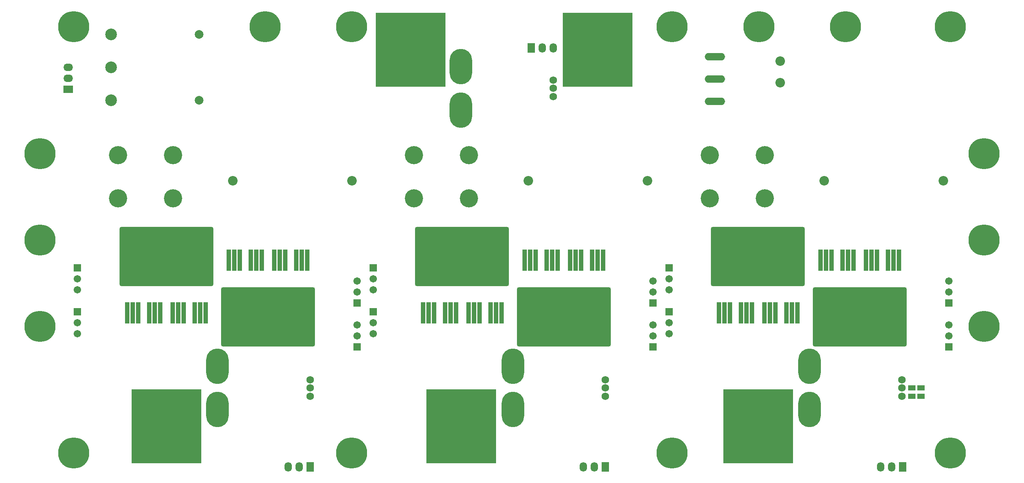
<source format=gts>
G04 Layer_Color=8388736*
%FSLAX44Y44*%
%MOMM*%
G71*
G01*
G75*
G04:AMPARAMS|DCode=40|XSize=21.7032mm|YSize=13.7032mm|CornerRadius=0.4391mm|HoleSize=0mm|Usage=FLASHONLY|Rotation=180.000|XOffset=0mm|YOffset=0mm|HoleType=Round|Shape=RoundedRectangle|*
%AMROUNDEDRECTD40*
21,1,21.7032,12.8250,0,0,180.0*
21,1,20.8250,13.7032,0,0,180.0*
1,1,0.8782,-10.4125,6.4125*
1,1,0.8782,10.4125,6.4125*
1,1,0.8782,10.4125,-6.4125*
1,1,0.8782,-10.4125,-6.4125*
%
%ADD40ROUNDEDRECTD40*%
%ADD41R,1.0032X4.9032*%
%ADD42R,1.7232X1.3032*%
%ADD43R,16.2052X17.0942*%
%ADD44C,7.2032*%
%ADD45R,2.2032X1.7032*%
%ADD46O,2.2032X1.7032*%
%ADD47C,2.7032*%
%ADD48C,2.0032*%
%ADD49R,1.7032X1.7032*%
%ADD50C,1.7032*%
%ADD51O,5.2032X8.2032*%
%ADD52C,1.7272*%
%ADD53C,4.2032*%
%ADD54C,2.2032*%
%ADD55R,1.7032X2.2032*%
%ADD56O,1.7032X2.2032*%
%ADD57O,4.7032X1.7032*%
%ADD58C,1.0032*%
%ADD59C,0.8032*%
D40*
X1815833Y315290D02*
D03*
X1132572D02*
D03*
X449183D02*
D03*
X1580623Y454990D02*
D03*
X897303D02*
D03*
X214233D02*
D03*
D41*
X1829733Y446180D02*
D03*
X1842433D02*
D03*
X1855133D02*
D03*
X1880533D02*
D03*
X1893233D02*
D03*
X1905933D02*
D03*
X1800933Y446180D02*
D03*
X1788233D02*
D03*
X1775533D02*
D03*
X1750133D02*
D03*
X1737433D02*
D03*
X1724733D02*
D03*
X1146473Y446180D02*
D03*
X1159173D02*
D03*
X1171873D02*
D03*
X1197273D02*
D03*
X1209973D02*
D03*
X1222673D02*
D03*
X1117673Y446180D02*
D03*
X1104973D02*
D03*
X1092273D02*
D03*
X1066873D02*
D03*
X1054173D02*
D03*
X1041473D02*
D03*
X463083Y446180D02*
D03*
X475783D02*
D03*
X488483D02*
D03*
X513883D02*
D03*
X526583D02*
D03*
X539283D02*
D03*
X434283Y446180D02*
D03*
X421583D02*
D03*
X408883D02*
D03*
X383483D02*
D03*
X370783D02*
D03*
X358083D02*
D03*
X1566723Y324100D02*
D03*
X1554023D02*
D03*
X1541323D02*
D03*
X1515923D02*
D03*
X1503223D02*
D03*
X1490523D02*
D03*
X1595523Y324100D02*
D03*
X1608223D02*
D03*
X1620923D02*
D03*
X1646323D02*
D03*
X1659023D02*
D03*
X1671723D02*
D03*
X883403Y324100D02*
D03*
X870703D02*
D03*
X858003D02*
D03*
X832603D02*
D03*
X819903D02*
D03*
X807203D02*
D03*
X912203Y324100D02*
D03*
X924903D02*
D03*
X937603D02*
D03*
X963003D02*
D03*
X975703D02*
D03*
X988403D02*
D03*
X200333Y324100D02*
D03*
X187633D02*
D03*
X174933D02*
D03*
X149533D02*
D03*
X136833D02*
D03*
X124133D02*
D03*
X229133Y324100D02*
D03*
X241833D02*
D03*
X254533D02*
D03*
X279933D02*
D03*
X292633D02*
D03*
X305333D02*
D03*
D42*
X1957070Y130970D02*
D03*
Y150970D02*
D03*
X1935480Y130970D02*
D03*
Y150970D02*
D03*
D43*
X1210310Y932750D02*
D03*
X1581100Y61894D02*
D03*
X895300Y61895D02*
D03*
X214183Y61894D02*
D03*
X778460Y932750D02*
D03*
D44*
X0Y986000D02*
D03*
X-77500Y693000D02*
D03*
Y493000D02*
D03*
Y293000D02*
D03*
X0Y0D02*
D03*
X642500D02*
D03*
X1382500D02*
D03*
X2025000D02*
D03*
X2102500Y293000D02*
D03*
Y493000D02*
D03*
Y693000D02*
D03*
X2025000Y986000D02*
D03*
X1782500D02*
D03*
X1582500D02*
D03*
X1382500D02*
D03*
X642500D02*
D03*
X442500D02*
D03*
D45*
X-12700Y842010D02*
D03*
D46*
Y867410D02*
D03*
Y892810D02*
D03*
D47*
X86360Y816606D02*
D03*
Y892810D02*
D03*
Y969010D02*
D03*
D48*
X289560Y816610D02*
D03*
Y969010D02*
D03*
D49*
X1338183Y347040D02*
D03*
Y245440D02*
D03*
X654793Y347040D02*
D03*
Y245440D02*
D03*
X691753Y326720D02*
D03*
Y428320D02*
D03*
X8622Y326720D02*
D03*
Y428320D02*
D03*
X1375013Y326720D02*
D03*
Y428320D02*
D03*
X2021443Y347040D02*
D03*
Y245440D02*
D03*
D50*
X1338183Y372440D02*
D03*
Y397840D02*
D03*
Y270840D02*
D03*
Y296240D02*
D03*
X654793Y372440D02*
D03*
Y397840D02*
D03*
Y270840D02*
D03*
Y296240D02*
D03*
X691753Y301320D02*
D03*
Y275920D02*
D03*
Y402920D02*
D03*
Y377520D02*
D03*
X8622Y301320D02*
D03*
Y275920D02*
D03*
Y402920D02*
D03*
Y377520D02*
D03*
X1375013Y301320D02*
D03*
Y275920D02*
D03*
Y402920D02*
D03*
Y377520D02*
D03*
X2021443Y372440D02*
D03*
Y397840D02*
D03*
Y270840D02*
D03*
Y296240D02*
D03*
D51*
X1699260Y100660D02*
D03*
Y200660D02*
D03*
X1014333Y100660D02*
D03*
Y200660D02*
D03*
X332343Y100660D02*
D03*
Y200660D02*
D03*
X894080Y793750D02*
D03*
Y893750D02*
D03*
D52*
X1913260Y131560D02*
D03*
Y169760D02*
D03*
Y150660D02*
D03*
X1228333Y131560D02*
D03*
Y169760D02*
D03*
Y150660D02*
D03*
X546343Y131560D02*
D03*
Y169760D02*
D03*
Y150660D02*
D03*
X1108080Y824650D02*
D03*
Y862850D02*
D03*
Y843750D02*
D03*
D53*
X1156920Y985460D02*
D03*
Y933360D02*
D03*
Y881260D02*
D03*
X1264920D02*
D03*
Y933360D02*
D03*
Y985460D02*
D03*
X1634490Y9190D02*
D03*
Y61290D02*
D03*
Y113390D02*
D03*
X1526490D02*
D03*
Y61290D02*
D03*
Y9190D02*
D03*
X948690D02*
D03*
Y61290D02*
D03*
Y113390D02*
D03*
X840690D02*
D03*
Y61290D02*
D03*
Y9190D02*
D03*
X267573D02*
D03*
Y61290D02*
D03*
Y113390D02*
D03*
X159573D02*
D03*
Y61290D02*
D03*
Y9190D02*
D03*
X831850Y880050D02*
D03*
Y932150D02*
D03*
Y984250D02*
D03*
X723850D02*
D03*
Y932150D02*
D03*
Y880050D02*
D03*
X1595993Y689140D02*
D03*
Y589140D02*
D03*
X229473Y689140D02*
D03*
Y589140D02*
D03*
X102747Y689140D02*
D03*
Y589140D02*
D03*
X785878Y689140D02*
D03*
Y589140D02*
D03*
X1469138Y689140D02*
D03*
Y589140D02*
D03*
X912733Y689140D02*
D03*
Y589140D02*
D03*
D54*
X2008743Y630250D02*
D03*
X1733743D02*
D03*
X1325483D02*
D03*
X1050483D02*
D03*
X642903D02*
D03*
X367903D02*
D03*
X1631950Y906780D02*
D03*
Y856780D02*
D03*
D55*
X546089Y-31750D02*
D03*
X1056640Y937260D02*
D03*
X1228079Y-31750D02*
D03*
X1914276D02*
D03*
D56*
X520689D02*
D03*
X495289D02*
D03*
X1082040Y937260D02*
D03*
X1107440D02*
D03*
X1202679Y-31750D02*
D03*
X1177279D02*
D03*
X1888876D02*
D03*
X1863476D02*
D03*
D57*
X1480820Y865340D02*
D03*
Y916940D02*
D03*
Y813740D02*
D03*
D58*
X1915383Y374980D02*
D03*
X1909383Y362980D02*
D03*
X1915383Y350980D02*
D03*
X1909383Y338980D02*
D03*
X1915383Y326980D02*
D03*
X1909383Y314980D02*
D03*
X1915383Y302980D02*
D03*
X1909383Y290980D02*
D03*
X1915383Y278980D02*
D03*
X1909383Y266980D02*
D03*
X1915383Y254980D02*
D03*
X1903383Y374980D02*
D03*
X1897383Y362980D02*
D03*
X1903383Y350980D02*
D03*
X1897383Y338980D02*
D03*
X1903383Y326980D02*
D03*
X1897383Y314980D02*
D03*
X1903383Y302980D02*
D03*
X1897383Y290980D02*
D03*
X1903383Y278980D02*
D03*
X1897383Y266980D02*
D03*
X1903383Y254980D02*
D03*
X1891383Y374980D02*
D03*
X1885383Y362980D02*
D03*
X1891383Y350980D02*
D03*
X1885383Y338980D02*
D03*
X1891383Y326980D02*
D03*
X1885383Y314980D02*
D03*
X1891383Y302980D02*
D03*
X1885383Y290980D02*
D03*
X1891383Y278980D02*
D03*
X1885383Y266980D02*
D03*
X1891383Y254980D02*
D03*
X1879383Y374980D02*
D03*
X1873383Y362980D02*
D03*
X1879383Y350980D02*
D03*
X1873383Y338980D02*
D03*
X1879383Y326980D02*
D03*
X1873383Y314980D02*
D03*
X1879383Y302980D02*
D03*
X1873383Y290980D02*
D03*
X1879383Y278980D02*
D03*
X1873383Y266980D02*
D03*
X1879383Y254980D02*
D03*
X1867383Y374980D02*
D03*
X1861383Y362980D02*
D03*
X1867383Y350980D02*
D03*
X1861383Y338980D02*
D03*
X1867383Y326980D02*
D03*
X1861383Y314980D02*
D03*
X1867383Y302980D02*
D03*
X1861383Y290980D02*
D03*
X1867383Y278980D02*
D03*
X1861383Y266980D02*
D03*
X1867383Y254980D02*
D03*
X1855383Y374980D02*
D03*
X1849383Y362980D02*
D03*
X1855383Y350980D02*
D03*
X1849383Y338980D02*
D03*
X1855383Y326980D02*
D03*
X1849383Y314980D02*
D03*
X1855383Y302980D02*
D03*
X1849383Y290980D02*
D03*
X1855383Y278980D02*
D03*
X1849383Y266980D02*
D03*
X1855383Y254980D02*
D03*
X1843383Y374980D02*
D03*
X1837383Y362980D02*
D03*
X1843383Y350980D02*
D03*
X1837383Y338980D02*
D03*
X1843383Y326980D02*
D03*
X1837383Y314980D02*
D03*
X1843383Y302980D02*
D03*
X1837383Y290980D02*
D03*
X1843383Y278980D02*
D03*
X1837383Y266980D02*
D03*
X1843383Y254980D02*
D03*
X1831382Y374980D02*
D03*
X1825383Y362980D02*
D03*
X1831382Y350980D02*
D03*
X1825383Y338980D02*
D03*
X1831382Y326980D02*
D03*
X1825383Y314980D02*
D03*
X1831382Y302980D02*
D03*
X1825383Y290980D02*
D03*
X1831382Y278980D02*
D03*
X1825383Y266980D02*
D03*
X1831382Y254980D02*
D03*
X1819382Y374980D02*
D03*
X1813383Y362980D02*
D03*
X1819382Y350980D02*
D03*
X1813383Y338980D02*
D03*
X1819382Y326980D02*
D03*
X1813383Y314980D02*
D03*
X1819382Y302980D02*
D03*
X1813383Y290980D02*
D03*
X1819382Y278980D02*
D03*
X1813383Y266980D02*
D03*
X1819382Y254980D02*
D03*
X1807383Y374980D02*
D03*
X1801383Y362980D02*
D03*
X1807383Y350980D02*
D03*
X1801383Y338980D02*
D03*
X1807383Y326980D02*
D03*
X1801383Y314980D02*
D03*
X1807383Y302980D02*
D03*
X1801383Y290980D02*
D03*
X1807383Y278980D02*
D03*
X1801383Y266980D02*
D03*
X1807383Y254980D02*
D03*
X1795383Y374980D02*
D03*
X1789383Y362980D02*
D03*
X1795383Y350980D02*
D03*
X1789383Y338980D02*
D03*
X1795383Y326980D02*
D03*
X1789383Y314980D02*
D03*
X1795383Y302980D02*
D03*
X1789383Y290980D02*
D03*
X1795383Y278980D02*
D03*
X1789383Y266980D02*
D03*
X1795383Y254980D02*
D03*
X1783383Y374980D02*
D03*
X1777383Y362980D02*
D03*
X1783383Y350980D02*
D03*
X1777383Y338980D02*
D03*
X1783383Y326980D02*
D03*
X1777383Y314980D02*
D03*
X1783383Y302980D02*
D03*
X1777383Y290980D02*
D03*
X1783383Y278980D02*
D03*
X1777383Y266980D02*
D03*
X1783383Y254980D02*
D03*
X1771382Y374980D02*
D03*
X1765383Y362980D02*
D03*
X1771382Y350980D02*
D03*
X1765383Y338980D02*
D03*
X1771382Y326980D02*
D03*
X1765383Y314980D02*
D03*
X1771382Y302980D02*
D03*
X1765383Y290980D02*
D03*
X1771382Y278980D02*
D03*
X1765383Y266980D02*
D03*
X1771382Y254980D02*
D03*
X1759382Y374980D02*
D03*
X1753383Y362980D02*
D03*
X1759382Y350980D02*
D03*
X1753383Y338980D02*
D03*
X1759382Y326980D02*
D03*
X1753383Y314980D02*
D03*
X1759382Y302980D02*
D03*
X1753383Y290980D02*
D03*
X1759382Y278980D02*
D03*
X1753383Y266980D02*
D03*
X1759382Y254980D02*
D03*
X1722833Y254820D02*
D03*
X1716833Y266820D02*
D03*
X1722833Y278820D02*
D03*
X1716833Y290820D02*
D03*
X1722833Y302820D02*
D03*
X1716833Y314820D02*
D03*
X1722833Y326820D02*
D03*
X1716833Y338820D02*
D03*
X1722833Y350820D02*
D03*
X1716833Y362820D02*
D03*
X1722833Y374820D02*
D03*
X1734833Y254820D02*
D03*
X1728833Y266820D02*
D03*
X1734833Y278820D02*
D03*
X1728833Y290820D02*
D03*
X1734833Y302820D02*
D03*
X1728833Y314820D02*
D03*
X1734833Y326820D02*
D03*
X1728833Y338820D02*
D03*
X1734833Y350820D02*
D03*
X1728833Y362820D02*
D03*
X1734833Y374820D02*
D03*
X1746833Y254820D02*
D03*
X1740833Y266820D02*
D03*
X1746833Y278820D02*
D03*
X1740833Y290820D02*
D03*
X1746833Y302820D02*
D03*
X1740833Y314820D02*
D03*
X1746833Y326820D02*
D03*
X1740833Y338820D02*
D03*
X1746833Y350820D02*
D03*
X1740833Y362820D02*
D03*
X1746833Y374820D02*
D03*
X1232123Y374980D02*
D03*
X1226123Y362980D02*
D03*
X1232123Y350980D02*
D03*
X1226123Y338980D02*
D03*
X1232123Y326980D02*
D03*
X1226123Y314980D02*
D03*
X1232123Y302980D02*
D03*
X1226123Y290980D02*
D03*
X1232123Y278980D02*
D03*
X1226123Y266980D02*
D03*
X1232123Y254980D02*
D03*
X1220123Y374980D02*
D03*
X1214123Y362980D02*
D03*
X1220123Y350980D02*
D03*
X1214123Y338980D02*
D03*
X1220123Y326980D02*
D03*
X1214123Y314980D02*
D03*
X1220123Y302980D02*
D03*
X1214123Y290980D02*
D03*
X1220123Y278980D02*
D03*
X1214123Y266980D02*
D03*
X1220123Y254980D02*
D03*
X1208123Y374980D02*
D03*
X1202123Y362980D02*
D03*
X1208123Y350980D02*
D03*
X1202123Y338980D02*
D03*
X1208123Y326980D02*
D03*
X1202123Y314980D02*
D03*
X1208123Y302980D02*
D03*
X1202123Y290980D02*
D03*
X1208123Y278980D02*
D03*
X1202123Y266980D02*
D03*
X1208123Y254980D02*
D03*
X1196123Y374980D02*
D03*
X1190123Y362980D02*
D03*
X1196123Y350980D02*
D03*
X1190123Y338980D02*
D03*
X1196123Y326980D02*
D03*
X1190123Y314980D02*
D03*
X1196123Y302980D02*
D03*
X1190123Y290980D02*
D03*
X1196123Y278980D02*
D03*
X1190123Y266980D02*
D03*
X1196123Y254980D02*
D03*
X1184122Y374980D02*
D03*
X1178123Y362980D02*
D03*
X1184122Y350980D02*
D03*
X1178123Y338980D02*
D03*
X1184122Y326980D02*
D03*
X1178123Y314980D02*
D03*
X1184122Y302980D02*
D03*
X1178123Y290980D02*
D03*
X1184122Y278980D02*
D03*
X1178123Y266980D02*
D03*
X1184122Y254980D02*
D03*
X1172122Y374980D02*
D03*
X1166123Y362980D02*
D03*
X1172122Y350980D02*
D03*
X1166123Y338980D02*
D03*
X1172122Y326980D02*
D03*
X1166123Y314980D02*
D03*
X1172122Y302980D02*
D03*
X1166123Y290980D02*
D03*
X1172122Y278980D02*
D03*
X1166123Y266980D02*
D03*
X1172122Y254980D02*
D03*
X1160123Y374980D02*
D03*
X1154123Y362980D02*
D03*
X1160123Y350980D02*
D03*
X1154123Y338980D02*
D03*
X1160123Y326980D02*
D03*
X1154123Y314980D02*
D03*
X1160123Y302980D02*
D03*
X1154123Y290980D02*
D03*
X1160123Y278980D02*
D03*
X1154123Y266980D02*
D03*
X1160123Y254980D02*
D03*
X1148122Y374980D02*
D03*
X1142123Y362980D02*
D03*
X1148122Y350980D02*
D03*
X1142123Y338980D02*
D03*
X1148122Y326980D02*
D03*
X1142123Y314980D02*
D03*
X1148122Y302980D02*
D03*
X1142123Y290980D02*
D03*
X1148122Y278980D02*
D03*
X1142123Y266980D02*
D03*
X1148122Y254980D02*
D03*
X1136123Y374980D02*
D03*
X1130123Y362980D02*
D03*
X1136123Y350980D02*
D03*
X1130123Y338980D02*
D03*
X1136123Y326980D02*
D03*
X1130123Y314980D02*
D03*
X1136123Y302980D02*
D03*
X1130123Y290980D02*
D03*
X1136123Y278980D02*
D03*
X1130123Y266980D02*
D03*
X1136123Y254980D02*
D03*
X1124122Y374980D02*
D03*
X1118123Y362980D02*
D03*
X1124122Y350980D02*
D03*
X1118123Y338980D02*
D03*
X1124122Y326980D02*
D03*
X1118123Y314980D02*
D03*
X1124122Y302980D02*
D03*
X1118123Y290980D02*
D03*
X1124122Y278980D02*
D03*
X1118123Y266980D02*
D03*
X1124122Y254980D02*
D03*
X1112122Y374980D02*
D03*
X1106123Y362980D02*
D03*
X1112122Y350980D02*
D03*
X1106123Y338980D02*
D03*
X1112122Y326980D02*
D03*
X1106123Y314980D02*
D03*
X1112122Y302980D02*
D03*
X1106123Y290980D02*
D03*
X1112122Y278980D02*
D03*
X1106123Y266980D02*
D03*
X1112122Y254980D02*
D03*
X1100123Y374980D02*
D03*
X1094123Y362980D02*
D03*
X1100123Y350980D02*
D03*
X1094123Y338980D02*
D03*
X1100123Y326980D02*
D03*
X1094123Y314980D02*
D03*
X1100123Y302980D02*
D03*
X1094123Y290980D02*
D03*
X1100123Y278980D02*
D03*
X1094123Y266980D02*
D03*
X1100123Y254980D02*
D03*
X1088122Y374980D02*
D03*
X1082122Y362980D02*
D03*
X1088122Y350980D02*
D03*
X1082122Y338980D02*
D03*
X1088122Y326980D02*
D03*
X1082122Y314980D02*
D03*
X1088122Y302980D02*
D03*
X1082122Y290980D02*
D03*
X1088122Y278980D02*
D03*
X1082122Y266980D02*
D03*
X1088122Y254980D02*
D03*
X1076123Y374980D02*
D03*
X1070123Y362980D02*
D03*
X1076123Y350980D02*
D03*
X1070123Y338980D02*
D03*
X1076123Y326980D02*
D03*
X1070123Y314980D02*
D03*
X1076123Y302980D02*
D03*
X1070123Y290980D02*
D03*
X1076123Y278980D02*
D03*
X1070123Y266980D02*
D03*
X1076123Y254980D02*
D03*
X1039573Y254820D02*
D03*
X1033573Y266820D02*
D03*
X1039573Y278820D02*
D03*
X1033573Y290820D02*
D03*
X1039573Y302820D02*
D03*
X1033573Y314820D02*
D03*
X1039573Y326820D02*
D03*
X1033573Y338820D02*
D03*
X1039573Y350820D02*
D03*
X1033573Y362820D02*
D03*
X1039573Y374820D02*
D03*
X1051573Y254820D02*
D03*
X1045573Y266820D02*
D03*
X1051573Y278820D02*
D03*
X1045573Y290820D02*
D03*
X1051573Y302820D02*
D03*
X1045573Y314820D02*
D03*
X1051573Y326820D02*
D03*
X1045573Y338820D02*
D03*
X1051573Y350820D02*
D03*
X1045573Y362820D02*
D03*
X1051573Y374820D02*
D03*
X1063573Y254820D02*
D03*
X1057573Y266820D02*
D03*
X1063573Y278820D02*
D03*
X1057573Y290820D02*
D03*
X1063573Y302820D02*
D03*
X1057573Y314820D02*
D03*
X1063573Y326820D02*
D03*
X1057573Y338820D02*
D03*
X1063573Y350820D02*
D03*
X1057573Y362820D02*
D03*
X1063573Y374820D02*
D03*
X548733Y374980D02*
D03*
X542733Y362980D02*
D03*
X548733Y350980D02*
D03*
X542733Y338980D02*
D03*
X548733Y326980D02*
D03*
X542733Y314980D02*
D03*
X548733Y302980D02*
D03*
X542733Y290980D02*
D03*
X548733Y278980D02*
D03*
X542733Y266980D02*
D03*
X548733Y254980D02*
D03*
X536733Y374980D02*
D03*
X530733Y362980D02*
D03*
X536733Y350980D02*
D03*
X530733Y338980D02*
D03*
X536733Y326980D02*
D03*
X530733Y314980D02*
D03*
X536733Y302980D02*
D03*
X530733Y290980D02*
D03*
X536733Y278980D02*
D03*
X530733Y266980D02*
D03*
X536733Y254980D02*
D03*
X524733Y374980D02*
D03*
X518733Y362980D02*
D03*
X524733Y350980D02*
D03*
X518733Y338980D02*
D03*
X524733Y326980D02*
D03*
X518733Y314980D02*
D03*
X524733Y302980D02*
D03*
X518733Y290980D02*
D03*
X524733Y278980D02*
D03*
X518733Y266980D02*
D03*
X524733Y254980D02*
D03*
X512733Y374980D02*
D03*
X506733Y362980D02*
D03*
X512733Y350980D02*
D03*
X506733Y338980D02*
D03*
X512733Y326980D02*
D03*
X506733Y314980D02*
D03*
X512733Y302980D02*
D03*
X506733Y290980D02*
D03*
X512733Y278980D02*
D03*
X506733Y266980D02*
D03*
X512733Y254980D02*
D03*
X500733Y374980D02*
D03*
X494733Y362980D02*
D03*
X500733Y350980D02*
D03*
X494733Y338980D02*
D03*
X500733Y326980D02*
D03*
X494733Y314980D02*
D03*
X500733Y302980D02*
D03*
X494733Y290980D02*
D03*
X500733Y278980D02*
D03*
X494733Y266980D02*
D03*
X500733Y254980D02*
D03*
X488733Y374980D02*
D03*
X482733Y362980D02*
D03*
X488733Y350980D02*
D03*
X482733Y338980D02*
D03*
X488733Y326980D02*
D03*
X482733Y314980D02*
D03*
X488733Y302980D02*
D03*
X482733Y290980D02*
D03*
X488733Y278980D02*
D03*
X482733Y266980D02*
D03*
X488733Y254980D02*
D03*
X476733Y374980D02*
D03*
X470733Y362980D02*
D03*
X476733Y350980D02*
D03*
X470733Y338980D02*
D03*
X476733Y326980D02*
D03*
X470733Y314980D02*
D03*
X476733Y302980D02*
D03*
X470733Y290980D02*
D03*
X476733Y278980D02*
D03*
X470733Y266980D02*
D03*
X476733Y254980D02*
D03*
X464733Y374980D02*
D03*
X458733Y362980D02*
D03*
X464733Y350980D02*
D03*
X458733Y338980D02*
D03*
X464733Y326980D02*
D03*
X458733Y314980D02*
D03*
X464733Y302980D02*
D03*
X458733Y290980D02*
D03*
X464733Y278980D02*
D03*
X458733Y266980D02*
D03*
X464733Y254980D02*
D03*
X452733Y374980D02*
D03*
X446733Y362980D02*
D03*
X452733Y350980D02*
D03*
X446733Y338980D02*
D03*
X452733Y326980D02*
D03*
X446733Y314980D02*
D03*
X452733Y302980D02*
D03*
X446733Y290980D02*
D03*
X452733Y278980D02*
D03*
X446733Y266980D02*
D03*
X452733Y254980D02*
D03*
X440733Y374980D02*
D03*
X434733Y362980D02*
D03*
X440733Y350980D02*
D03*
X434733Y338980D02*
D03*
X440733Y326980D02*
D03*
X434733Y314980D02*
D03*
X440733Y302980D02*
D03*
X434733Y290980D02*
D03*
X440733Y278980D02*
D03*
X434733Y266980D02*
D03*
X440733Y254980D02*
D03*
X428733Y374980D02*
D03*
X422733Y362980D02*
D03*
X428733Y350980D02*
D03*
X422733Y338980D02*
D03*
X428733Y326980D02*
D03*
X422733Y314980D02*
D03*
X428733Y302980D02*
D03*
X422733Y290980D02*
D03*
X428733Y278980D02*
D03*
X422733Y266980D02*
D03*
X428733Y254980D02*
D03*
X416733Y374980D02*
D03*
X410733Y362980D02*
D03*
X416733Y350980D02*
D03*
X410733Y338980D02*
D03*
X416733Y326980D02*
D03*
X410733Y314980D02*
D03*
X416733Y302980D02*
D03*
X410733Y290980D02*
D03*
X416733Y278980D02*
D03*
X410733Y266980D02*
D03*
X416733Y254980D02*
D03*
X404733Y374980D02*
D03*
X398733Y362980D02*
D03*
X404733Y350980D02*
D03*
X398733Y338980D02*
D03*
X404733Y326980D02*
D03*
X398733Y314980D02*
D03*
X404733Y302980D02*
D03*
X398733Y290980D02*
D03*
X404733Y278980D02*
D03*
X398733Y266980D02*
D03*
X404733Y254980D02*
D03*
X392733Y374980D02*
D03*
X386733Y362980D02*
D03*
X392733Y350980D02*
D03*
X386733Y338980D02*
D03*
X392733Y326980D02*
D03*
X386733Y314980D02*
D03*
X392733Y302980D02*
D03*
X386733Y290980D02*
D03*
X392733Y278980D02*
D03*
X386733Y266980D02*
D03*
X392733Y254980D02*
D03*
X356183Y254820D02*
D03*
X350183Y266820D02*
D03*
X356183Y278820D02*
D03*
X350183Y290820D02*
D03*
X356183Y302820D02*
D03*
X350183Y314820D02*
D03*
X356183Y326820D02*
D03*
X350183Y338820D02*
D03*
X356183Y350820D02*
D03*
X350183Y362820D02*
D03*
X356183Y374820D02*
D03*
X368183Y254820D02*
D03*
X362183Y266820D02*
D03*
X368183Y278820D02*
D03*
X362183Y290820D02*
D03*
X368183Y302820D02*
D03*
X362183Y314820D02*
D03*
X368183Y326820D02*
D03*
X362183Y338820D02*
D03*
X368183Y350820D02*
D03*
X362183Y362820D02*
D03*
X368183Y374820D02*
D03*
X380183Y254820D02*
D03*
X374183Y266820D02*
D03*
X380183Y278820D02*
D03*
X374183Y290820D02*
D03*
X380183Y302820D02*
D03*
X374183Y314820D02*
D03*
X380183Y326820D02*
D03*
X374183Y338820D02*
D03*
X380183Y350820D02*
D03*
X374183Y362820D02*
D03*
X380183Y374820D02*
D03*
X1481073Y395300D02*
D03*
X1487073Y407300D02*
D03*
X1481073Y419300D02*
D03*
X1487073Y431300D02*
D03*
X1481073Y443300D02*
D03*
X1487073Y455300D02*
D03*
X1481073Y467300D02*
D03*
X1487073Y479300D02*
D03*
X1481073Y491300D02*
D03*
X1487073Y503300D02*
D03*
X1481073Y515300D02*
D03*
X1493073Y395300D02*
D03*
X1499073Y407300D02*
D03*
X1493073Y419300D02*
D03*
X1499073Y431300D02*
D03*
X1493073Y443300D02*
D03*
X1499073Y455300D02*
D03*
X1493073Y467300D02*
D03*
X1499073Y479300D02*
D03*
X1493073Y491300D02*
D03*
X1499073Y503300D02*
D03*
X1493073Y515300D02*
D03*
X1505073Y395300D02*
D03*
X1511073Y407300D02*
D03*
X1505073Y419300D02*
D03*
X1511073Y431300D02*
D03*
X1505073Y443300D02*
D03*
X1511073Y455300D02*
D03*
X1505073Y467300D02*
D03*
X1511073Y479300D02*
D03*
X1505073Y491300D02*
D03*
X1511073Y503300D02*
D03*
X1505073Y515300D02*
D03*
X1517073Y395300D02*
D03*
X1523073Y407300D02*
D03*
X1517073Y419300D02*
D03*
X1523073Y431300D02*
D03*
X1517073Y443300D02*
D03*
X1523073Y455300D02*
D03*
X1517073Y467300D02*
D03*
X1523073Y479300D02*
D03*
X1517073Y491300D02*
D03*
X1523073Y503300D02*
D03*
X1517073Y515300D02*
D03*
X1529073Y395300D02*
D03*
X1535073Y407300D02*
D03*
X1529073Y419300D02*
D03*
X1535073Y431300D02*
D03*
X1529073Y443300D02*
D03*
X1535073Y455300D02*
D03*
X1529073Y467300D02*
D03*
X1535073Y479300D02*
D03*
X1529073Y491300D02*
D03*
X1535073Y503300D02*
D03*
X1529073Y515300D02*
D03*
X1541073Y395300D02*
D03*
X1547073Y407300D02*
D03*
X1541073Y419300D02*
D03*
X1547073Y431300D02*
D03*
X1541073Y443300D02*
D03*
X1547073Y455300D02*
D03*
X1541073Y467300D02*
D03*
X1547073Y479300D02*
D03*
X1541073Y491300D02*
D03*
X1547073Y503300D02*
D03*
X1541073Y515300D02*
D03*
X1553073Y395300D02*
D03*
X1559073Y407300D02*
D03*
X1553073Y419300D02*
D03*
X1559073Y431300D02*
D03*
X1553073Y443300D02*
D03*
X1559073Y455300D02*
D03*
X1553073Y467300D02*
D03*
X1559073Y479300D02*
D03*
X1553073Y491300D02*
D03*
X1559073Y503300D02*
D03*
X1553073Y515300D02*
D03*
X1565074Y395300D02*
D03*
X1571073Y407300D02*
D03*
X1565074Y419300D02*
D03*
X1571073Y431300D02*
D03*
X1565074Y443300D02*
D03*
X1571073Y455300D02*
D03*
X1565074Y467300D02*
D03*
X1571073Y479300D02*
D03*
X1565074Y491300D02*
D03*
X1571073Y503300D02*
D03*
X1565074Y515300D02*
D03*
X1577074Y395300D02*
D03*
X1583073Y407300D02*
D03*
X1577074Y419300D02*
D03*
X1583073Y431300D02*
D03*
X1577074Y443300D02*
D03*
X1583073Y455300D02*
D03*
X1577074Y467300D02*
D03*
X1583073Y479300D02*
D03*
X1577074Y491300D02*
D03*
X1583073Y503300D02*
D03*
X1577074Y515300D02*
D03*
X1589073Y395300D02*
D03*
X1595073Y407300D02*
D03*
X1589073Y419300D02*
D03*
X1595073Y431300D02*
D03*
X1589073Y443300D02*
D03*
X1595073Y455300D02*
D03*
X1589073Y467300D02*
D03*
X1595073Y479300D02*
D03*
X1589073Y491300D02*
D03*
X1595073Y503300D02*
D03*
X1589073Y515300D02*
D03*
X1601073Y395300D02*
D03*
X1607073Y407300D02*
D03*
X1601073Y419300D02*
D03*
X1607073Y431300D02*
D03*
X1601073Y443300D02*
D03*
X1607073Y455300D02*
D03*
X1601073Y467300D02*
D03*
X1607073Y479300D02*
D03*
X1601073Y491300D02*
D03*
X1607073Y503300D02*
D03*
X1601073Y515300D02*
D03*
X1613073Y395300D02*
D03*
X1619073Y407300D02*
D03*
X1613073Y419300D02*
D03*
X1619073Y431300D02*
D03*
X1613073Y443300D02*
D03*
X1619073Y455300D02*
D03*
X1613073Y467300D02*
D03*
X1619073Y479300D02*
D03*
X1613073Y491300D02*
D03*
X1619073Y503300D02*
D03*
X1613073Y515300D02*
D03*
X1625074Y395300D02*
D03*
X1631073Y407300D02*
D03*
X1625074Y419300D02*
D03*
X1631073Y431300D02*
D03*
X1625074Y443300D02*
D03*
X1631073Y455300D02*
D03*
X1625074Y467300D02*
D03*
X1631073Y479300D02*
D03*
X1625074Y491300D02*
D03*
X1631073Y503300D02*
D03*
X1625074Y515300D02*
D03*
X1637074Y395300D02*
D03*
X1643073Y407300D02*
D03*
X1637074Y419300D02*
D03*
X1643073Y431300D02*
D03*
X1637074Y443300D02*
D03*
X1643073Y455300D02*
D03*
X1637074Y467300D02*
D03*
X1643073Y479300D02*
D03*
X1637074Y491300D02*
D03*
X1643073Y503300D02*
D03*
X1637074Y515300D02*
D03*
X1673623Y515460D02*
D03*
X1679623Y503460D02*
D03*
X1673623Y491460D02*
D03*
X1679623Y479460D02*
D03*
X1673623Y467460D02*
D03*
X1679623Y455460D02*
D03*
X1673623Y443460D02*
D03*
X1679623Y431460D02*
D03*
X1673623Y419460D02*
D03*
X1679623Y407460D02*
D03*
X1673623Y395460D02*
D03*
X1661623Y515460D02*
D03*
X1667623Y503460D02*
D03*
X1661623Y491460D02*
D03*
X1667623Y479460D02*
D03*
X1661623Y467460D02*
D03*
X1667623Y455460D02*
D03*
X1661623Y443460D02*
D03*
X1667623Y431460D02*
D03*
X1661623Y419460D02*
D03*
X1667623Y407460D02*
D03*
X1661623Y395460D02*
D03*
X1649623Y515460D02*
D03*
X1655623Y503460D02*
D03*
X1649623Y491460D02*
D03*
X1655623Y479460D02*
D03*
X1649623Y467460D02*
D03*
X1655623Y455460D02*
D03*
X1649623Y443460D02*
D03*
X1655623Y431460D02*
D03*
X1649623Y419460D02*
D03*
X1655623Y407460D02*
D03*
X1649623Y395460D02*
D03*
X797753Y395300D02*
D03*
X803753Y407300D02*
D03*
X797753Y419300D02*
D03*
X803753Y431300D02*
D03*
X797753Y443300D02*
D03*
X803753Y455300D02*
D03*
X797753Y467300D02*
D03*
X803753Y479300D02*
D03*
X797753Y491300D02*
D03*
X803753Y503300D02*
D03*
X797753Y515300D02*
D03*
X809753Y395300D02*
D03*
X815753Y407300D02*
D03*
X809753Y419300D02*
D03*
X815753Y431300D02*
D03*
X809753Y443300D02*
D03*
X815753Y455300D02*
D03*
X809753Y467300D02*
D03*
X815753Y479300D02*
D03*
X809753Y491300D02*
D03*
X815753Y503300D02*
D03*
X809753Y515300D02*
D03*
X821753Y395300D02*
D03*
X827753Y407300D02*
D03*
X821753Y419300D02*
D03*
X827753Y431300D02*
D03*
X821753Y443300D02*
D03*
X827753Y455300D02*
D03*
X821753Y467300D02*
D03*
X827753Y479300D02*
D03*
X821753Y491300D02*
D03*
X827753Y503300D02*
D03*
X821753Y515300D02*
D03*
X833754Y395300D02*
D03*
X839753Y407300D02*
D03*
X833754Y419300D02*
D03*
X839753Y431300D02*
D03*
X833754Y443300D02*
D03*
X839753Y455300D02*
D03*
X833754Y467300D02*
D03*
X839753Y479300D02*
D03*
X833754Y491300D02*
D03*
X839753Y503300D02*
D03*
X833754Y515300D02*
D03*
X845753Y395300D02*
D03*
X851753Y407300D02*
D03*
X845753Y419300D02*
D03*
X851753Y431300D02*
D03*
X845753Y443300D02*
D03*
X851753Y455300D02*
D03*
X845753Y467300D02*
D03*
X851753Y479300D02*
D03*
X845753Y491300D02*
D03*
X851753Y503300D02*
D03*
X845753Y515300D02*
D03*
X857754Y395300D02*
D03*
X863753Y407300D02*
D03*
X857754Y419300D02*
D03*
X863753Y431300D02*
D03*
X857754Y443300D02*
D03*
X863753Y455300D02*
D03*
X857754Y467300D02*
D03*
X863753Y479300D02*
D03*
X857754Y491300D02*
D03*
X863753Y503300D02*
D03*
X857754Y515300D02*
D03*
X869753Y395300D02*
D03*
X875753Y407300D02*
D03*
X869753Y419300D02*
D03*
X875753Y431300D02*
D03*
X869753Y443300D02*
D03*
X875753Y455300D02*
D03*
X869753Y467300D02*
D03*
X875753Y479300D02*
D03*
X869753Y491300D02*
D03*
X875753Y503300D02*
D03*
X869753Y515300D02*
D03*
X881753Y395300D02*
D03*
X887753Y407300D02*
D03*
X881753Y419300D02*
D03*
X887753Y431300D02*
D03*
X881753Y443300D02*
D03*
X887753Y455300D02*
D03*
X881753Y467300D02*
D03*
X887753Y479300D02*
D03*
X881753Y491300D02*
D03*
X887753Y503300D02*
D03*
X881753Y515300D02*
D03*
X893754Y395300D02*
D03*
X899753Y407300D02*
D03*
X893754Y419300D02*
D03*
X899753Y431300D02*
D03*
X893754Y443300D02*
D03*
X899753Y455300D02*
D03*
X893754Y467300D02*
D03*
X899753Y479300D02*
D03*
X893754Y491300D02*
D03*
X899753Y503300D02*
D03*
X893754Y515300D02*
D03*
X905753Y395300D02*
D03*
X911753Y407300D02*
D03*
X905753Y419300D02*
D03*
X911753Y431300D02*
D03*
X905753Y443300D02*
D03*
X911753Y455300D02*
D03*
X905753Y467300D02*
D03*
X911753Y479300D02*
D03*
X905753Y491300D02*
D03*
X911753Y503300D02*
D03*
X905753Y515300D02*
D03*
X917754Y395300D02*
D03*
X923753Y407300D02*
D03*
X917754Y419300D02*
D03*
X923753Y431300D02*
D03*
X917754Y443300D02*
D03*
X923753Y455300D02*
D03*
X917754Y467300D02*
D03*
X923753Y479300D02*
D03*
X917754Y491300D02*
D03*
X923753Y503300D02*
D03*
X917754Y515300D02*
D03*
X929753Y395300D02*
D03*
X935753Y407300D02*
D03*
X929753Y419300D02*
D03*
X935753Y431300D02*
D03*
X929753Y443300D02*
D03*
X935753Y455300D02*
D03*
X929753Y467300D02*
D03*
X935753Y479300D02*
D03*
X929753Y491300D02*
D03*
X935753Y503300D02*
D03*
X929753Y515300D02*
D03*
X941753Y395300D02*
D03*
X947754Y407300D02*
D03*
X941753Y419300D02*
D03*
X947754Y431300D02*
D03*
X941753Y443300D02*
D03*
X947754Y455300D02*
D03*
X941753Y467300D02*
D03*
X947754Y479300D02*
D03*
X941753Y491300D02*
D03*
X947754Y503300D02*
D03*
X941753Y515300D02*
D03*
X953754Y395300D02*
D03*
X959753Y407300D02*
D03*
X953754Y419300D02*
D03*
X959753Y431300D02*
D03*
X953754Y443300D02*
D03*
X959753Y455300D02*
D03*
X953754Y467300D02*
D03*
X959753Y479300D02*
D03*
X953754Y491300D02*
D03*
X959753Y503300D02*
D03*
X953754Y515300D02*
D03*
X990303Y515460D02*
D03*
X996303Y503460D02*
D03*
X990303Y491460D02*
D03*
X996303Y479460D02*
D03*
X990303Y467460D02*
D03*
X996303Y455460D02*
D03*
X990303Y443460D02*
D03*
X996303Y431460D02*
D03*
X990303Y419460D02*
D03*
X996303Y407460D02*
D03*
X990303Y395460D02*
D03*
X978303Y515460D02*
D03*
X984303Y503460D02*
D03*
X978303Y491460D02*
D03*
X984303Y479460D02*
D03*
X978303Y467460D02*
D03*
X984303Y455460D02*
D03*
X978303Y443460D02*
D03*
X984303Y431460D02*
D03*
X978303Y419460D02*
D03*
X984303Y407460D02*
D03*
X978303Y395460D02*
D03*
X966303Y515460D02*
D03*
X972303Y503460D02*
D03*
X966303Y491460D02*
D03*
X972303Y479460D02*
D03*
X966303Y467460D02*
D03*
X972303Y455460D02*
D03*
X966303Y443460D02*
D03*
X972303Y431460D02*
D03*
X966303Y419460D02*
D03*
X972303Y407460D02*
D03*
X966303Y395460D02*
D03*
X114683Y395300D02*
D03*
X120683Y407300D02*
D03*
X114683Y419300D02*
D03*
X120683Y431300D02*
D03*
X114683Y443300D02*
D03*
X120683Y455300D02*
D03*
X114683Y467300D02*
D03*
X120683Y479300D02*
D03*
X114683Y491300D02*
D03*
X120683Y503300D02*
D03*
X114683Y515300D02*
D03*
X126683Y395300D02*
D03*
X132683Y407300D02*
D03*
X126683Y419300D02*
D03*
X132683Y431300D02*
D03*
X126683Y443300D02*
D03*
X132683Y455300D02*
D03*
X126683Y467300D02*
D03*
X132683Y479300D02*
D03*
X126683Y491300D02*
D03*
X132683Y503300D02*
D03*
X126683Y515300D02*
D03*
X138683Y395300D02*
D03*
X144683Y407300D02*
D03*
X138683Y419300D02*
D03*
X144683Y431300D02*
D03*
X138683Y443300D02*
D03*
X144683Y455300D02*
D03*
X138683Y467300D02*
D03*
X144683Y479300D02*
D03*
X138683Y491300D02*
D03*
X144683Y503300D02*
D03*
X138683Y515300D02*
D03*
X150683Y395300D02*
D03*
X156683Y407300D02*
D03*
X150683Y419300D02*
D03*
X156683Y431300D02*
D03*
X150683Y443300D02*
D03*
X156683Y455300D02*
D03*
X150683Y467300D02*
D03*
X156683Y479300D02*
D03*
X150683Y491300D02*
D03*
X156683Y503300D02*
D03*
X150683Y515300D02*
D03*
X162683Y395300D02*
D03*
X168683Y407300D02*
D03*
X162683Y419300D02*
D03*
X168683Y431300D02*
D03*
X162683Y443300D02*
D03*
X168683Y455300D02*
D03*
X162683Y467300D02*
D03*
X168683Y479300D02*
D03*
X162683Y491300D02*
D03*
X168683Y503300D02*
D03*
X162683Y515300D02*
D03*
X174683Y395300D02*
D03*
X180683Y407300D02*
D03*
X174683Y419300D02*
D03*
X180683Y431300D02*
D03*
X174683Y443300D02*
D03*
X180683Y455300D02*
D03*
X174683Y467300D02*
D03*
X180683Y479300D02*
D03*
X174683Y491300D02*
D03*
X180683Y503300D02*
D03*
X174683Y515300D02*
D03*
X186683Y395300D02*
D03*
X192683Y407300D02*
D03*
X186683Y419300D02*
D03*
X192683Y431300D02*
D03*
X186683Y443300D02*
D03*
X192683Y455300D02*
D03*
X186683Y467300D02*
D03*
X192683Y479300D02*
D03*
X186683Y491300D02*
D03*
X192683Y503300D02*
D03*
X186683Y515300D02*
D03*
X198683Y395300D02*
D03*
X204683Y407300D02*
D03*
X198683Y419300D02*
D03*
X204683Y431300D02*
D03*
X198683Y443300D02*
D03*
X204683Y455300D02*
D03*
X198683Y467300D02*
D03*
X204683Y479300D02*
D03*
X198683Y491300D02*
D03*
X204683Y503300D02*
D03*
X198683Y515300D02*
D03*
X210683Y395300D02*
D03*
X216683Y407300D02*
D03*
X210683Y419300D02*
D03*
X216683Y431300D02*
D03*
X210683Y443300D02*
D03*
X216683Y455300D02*
D03*
X210683Y467300D02*
D03*
X216683Y479300D02*
D03*
X210683Y491300D02*
D03*
X216683Y503300D02*
D03*
X210683Y515300D02*
D03*
X222683Y395300D02*
D03*
X228683Y407300D02*
D03*
X222683Y419300D02*
D03*
X228683Y431300D02*
D03*
X222683Y443300D02*
D03*
X228683Y455300D02*
D03*
X222683Y467300D02*
D03*
X228683Y479300D02*
D03*
X222683Y491300D02*
D03*
X228683Y503300D02*
D03*
X222683Y515300D02*
D03*
X234683Y395300D02*
D03*
X240683Y407300D02*
D03*
X234683Y419300D02*
D03*
X240683Y431300D02*
D03*
X234683Y443300D02*
D03*
X240683Y455300D02*
D03*
X234683Y467300D02*
D03*
X240683Y479300D02*
D03*
X234683Y491300D02*
D03*
X240683Y503300D02*
D03*
X234683Y515300D02*
D03*
X246683Y395300D02*
D03*
X252683Y407300D02*
D03*
X246683Y419300D02*
D03*
X252683Y431300D02*
D03*
X246683Y443300D02*
D03*
X252683Y455300D02*
D03*
X246683Y467300D02*
D03*
X252683Y479300D02*
D03*
X246683Y491300D02*
D03*
X252683Y503300D02*
D03*
X246683Y515300D02*
D03*
X258683Y395300D02*
D03*
X264683Y407300D02*
D03*
X258683Y419300D02*
D03*
X264683Y431300D02*
D03*
X258683Y443300D02*
D03*
X264683Y455300D02*
D03*
X258683Y467300D02*
D03*
X264683Y479300D02*
D03*
X258683Y491300D02*
D03*
X264683Y503300D02*
D03*
X258683Y515300D02*
D03*
X270683Y395300D02*
D03*
X276683Y407300D02*
D03*
X270683Y419300D02*
D03*
X276683Y431300D02*
D03*
X270683Y443300D02*
D03*
X276683Y455300D02*
D03*
X270683Y467300D02*
D03*
X276683Y479300D02*
D03*
X270683Y491300D02*
D03*
X276683Y503300D02*
D03*
X270683Y515300D02*
D03*
X307233Y515460D02*
D03*
X313233Y503460D02*
D03*
X307233Y491460D02*
D03*
X313233Y479460D02*
D03*
X307233Y467460D02*
D03*
X313233Y455460D02*
D03*
X307233Y443460D02*
D03*
X313233Y431460D02*
D03*
X307233Y419460D02*
D03*
X313233Y407460D02*
D03*
X307233Y395460D02*
D03*
X295233Y515460D02*
D03*
X301233Y503460D02*
D03*
X295233Y491460D02*
D03*
X301233Y479460D02*
D03*
X295233Y467460D02*
D03*
X301233Y455460D02*
D03*
X295233Y443460D02*
D03*
X301233Y431460D02*
D03*
X295233Y419460D02*
D03*
X301233Y407460D02*
D03*
X295233Y395460D02*
D03*
X283233Y515460D02*
D03*
X289233Y503460D02*
D03*
X283233Y491460D02*
D03*
X289233Y479460D02*
D03*
X283233Y467460D02*
D03*
X289233Y455460D02*
D03*
X283233Y443460D02*
D03*
X289233Y431460D02*
D03*
X283233Y419460D02*
D03*
X289233Y407460D02*
D03*
X283233Y395460D02*
D03*
D59*
X1682260Y120660D02*
D03*
Y110660D02*
D03*
Y100660D02*
D03*
Y90660D02*
D03*
Y80660D02*
D03*
Y220660D02*
D03*
Y210660D02*
D03*
Y200660D02*
D03*
Y190660D02*
D03*
Y180660D02*
D03*
X1716260Y120660D02*
D03*
Y110660D02*
D03*
Y100660D02*
D03*
Y90660D02*
D03*
Y80660D02*
D03*
Y220660D02*
D03*
Y210660D02*
D03*
Y200660D02*
D03*
Y190660D02*
D03*
Y180660D02*
D03*
X1688260Y72660D02*
D03*
X1710260D02*
D03*
X1699260Y67660D02*
D03*
X1688260Y172660D02*
D03*
X1710260D02*
D03*
X1699260Y167660D02*
D03*
X1688260Y128660D02*
D03*
X1699260Y133660D02*
D03*
X1710260Y128660D02*
D03*
X1688260Y228660D02*
D03*
X1699260Y233660D02*
D03*
X1710260Y228660D02*
D03*
X997333Y120660D02*
D03*
Y110660D02*
D03*
Y100660D02*
D03*
Y90660D02*
D03*
Y80660D02*
D03*
Y220660D02*
D03*
Y210660D02*
D03*
Y200660D02*
D03*
Y190660D02*
D03*
Y180660D02*
D03*
X1031333Y120660D02*
D03*
Y110660D02*
D03*
Y100660D02*
D03*
Y90660D02*
D03*
Y80660D02*
D03*
Y220660D02*
D03*
Y210660D02*
D03*
Y200660D02*
D03*
Y190660D02*
D03*
Y180660D02*
D03*
X1003333Y72660D02*
D03*
X1025333D02*
D03*
X1014333Y67660D02*
D03*
X1003333Y172660D02*
D03*
X1025333D02*
D03*
X1014333Y167660D02*
D03*
X1003333Y128660D02*
D03*
X1014333Y133660D02*
D03*
X1025333Y128660D02*
D03*
X1003333Y228660D02*
D03*
X1014333Y233660D02*
D03*
X1025333Y228660D02*
D03*
X315343Y120660D02*
D03*
Y110660D02*
D03*
Y100660D02*
D03*
Y90660D02*
D03*
Y80660D02*
D03*
Y220660D02*
D03*
Y210660D02*
D03*
Y200660D02*
D03*
Y190660D02*
D03*
Y180660D02*
D03*
X349343Y120660D02*
D03*
Y110660D02*
D03*
Y100660D02*
D03*
Y90660D02*
D03*
Y80660D02*
D03*
Y220660D02*
D03*
Y210660D02*
D03*
Y200660D02*
D03*
Y190660D02*
D03*
Y180660D02*
D03*
X321343Y72660D02*
D03*
X343343D02*
D03*
X332343Y67660D02*
D03*
X321343Y172660D02*
D03*
X343343D02*
D03*
X332343Y167660D02*
D03*
X321343Y128660D02*
D03*
X332343Y133660D02*
D03*
X343343Y128660D02*
D03*
X321343Y228660D02*
D03*
X332343Y233660D02*
D03*
X343343Y228660D02*
D03*
X877080Y813750D02*
D03*
Y803750D02*
D03*
Y793750D02*
D03*
Y783750D02*
D03*
Y773750D02*
D03*
Y913750D02*
D03*
Y903750D02*
D03*
Y893750D02*
D03*
Y883750D02*
D03*
Y873750D02*
D03*
X911080Y813750D02*
D03*
Y803750D02*
D03*
Y793750D02*
D03*
Y783750D02*
D03*
Y773750D02*
D03*
Y913750D02*
D03*
Y903750D02*
D03*
Y893750D02*
D03*
Y883750D02*
D03*
Y873750D02*
D03*
X883080Y765750D02*
D03*
X905080D02*
D03*
X894080Y760750D02*
D03*
X883080Y865750D02*
D03*
X905080D02*
D03*
X894080Y860750D02*
D03*
X883080Y821750D02*
D03*
X894080Y826750D02*
D03*
X905080Y821750D02*
D03*
X883080Y921750D02*
D03*
X894080Y926750D02*
D03*
X905080Y921750D02*
D03*
M02*

</source>
